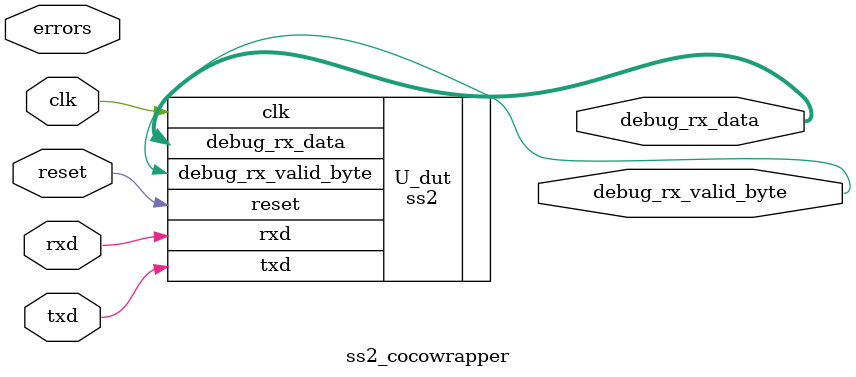
<source format=v>
`timescale 1 ns / 1 ps
`default_nettype none

/***********************************************************************
This file is part of the ChipWhisperer Project. See www.newae.com for more
details, or the codebase at http://www.chipwhisperer.com

Copyright (c) 2023, NewAE Technology Inc. All rights reserved.
Author: Jean-Pierre Thibault <jpthibault@newae.com>

  chipwhisperer is free software: you can redistribute it and/or modify
  it under the terms of the GNU General Public License as published by
  the Free Software Foundation, either version 3 of the License, or
  (at your option) any later version.

  chipwhisperer is distributed in the hope that it will be useful,
  but WITHOUT ANY WARRANTY; without even the implied warranty of
  MERCHANTABILITY or FITNESS FOR A PARTICULAR PURPOSE.  See the
  GNU Lesser General Public License for more details.

  You should have received a copy of the GNU General Public License
  along with chipwhisperer.  If not, see <http://www.gnu.org/licenses/>.
*************************************************************************/

module ss2_cocowrapper(
    input  wire                         clk, 
    input  wire                         reset,
    input  wire                         rxd,
    input  wire                         txd,
    output wire                         debug_rx_valid_byte,
    output wire [7:0]                   debug_rx_data,
    // testbench stuff:
    input  wire [31:0]                  errors
);

   parameter pDUMP = 0;

   initial begin
      if (pDUMP) begin
          $dumpfile("ss2.fst");
          $dumpvars(0, ss2_cocowrapper);
      end
   end

   ss2 U_dut (
      .clk                      (clk       ),
      .reset                    (reset     ),
      .debug_rx_valid_byte      (debug_rx_valid_byte),
      .debug_rx_data            (debug_rx_data),
      .rxd                      (rxd       ),
      .txd                      (txd       )
   );

endmodule
`default_nettype wire

</source>
